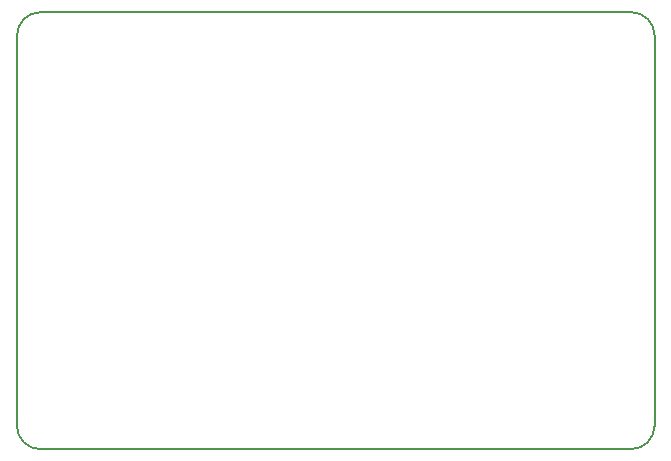
<source format=gbr>
G04 #@! TF.GenerationSoftware,KiCad,Pcbnew,5.0.1-33cea8e~68~ubuntu18.10.1*
G04 #@! TF.CreationDate,2018-11-26T23:37:11+02:00*
G04 #@! TF.ProjectId,BUS-BLASTER-AVR,4255532D424C41535445522D4156522E,v1.0*
G04 #@! TF.SameCoordinates,Original*
G04 #@! TF.FileFunction,Legend,Bot*
G04 #@! TF.FilePolarity,Positive*
%FSLAX46Y46*%
G04 Gerber Fmt 4.6, Leading zero omitted, Abs format (unit mm)*
G04 Created by KiCad (PCBNEW 5.0.1-33cea8e~68~ubuntu18.10.1) date ma 26. marraskuuta 2018 23.37.11*
%MOMM*%
%LPD*%
G01*
G04 APERTURE LIST*
%ADD10C,0.150000*%
G04 APERTURE END LIST*
D10*
X100000000Y-50000000D02*
G75*
G02X102000000Y-52000000I0J-2000000D01*
G01*
X102000000Y-85000000D02*
G75*
G02X100000000Y-87000000I-2000000J0D01*
G01*
X50000000Y-87000000D02*
G75*
G02X48000000Y-85000000I0J2000000D01*
G01*
X48000000Y-52000000D02*
G75*
G02X50000000Y-50000000I2000000J0D01*
G01*
X50000000Y-50000000D02*
X100000000Y-50000000D01*
X102000000Y-85000000D02*
X102000000Y-52000000D01*
X50000000Y-87000000D02*
X100000000Y-87000000D01*
X48000000Y-52000000D02*
X48000000Y-85000000D01*
M02*

</source>
